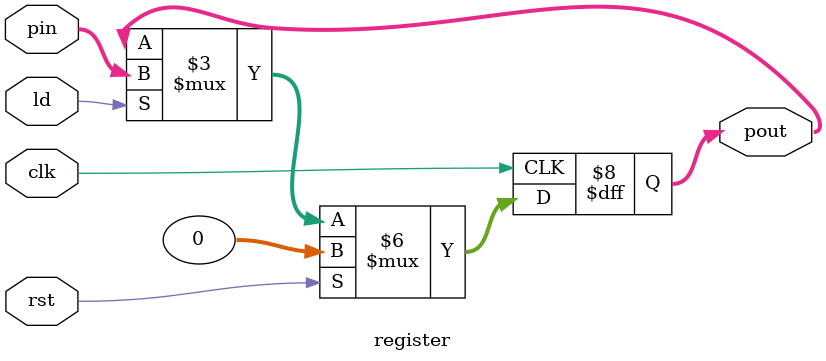
<source format=v>
module register #(parameter BITS=32) (pin,ld,clk,rst, pout);
    input ld,clk,rst;
    input [BITS-1:0] pin;
    output reg [BITS-1:0] pout={BITS{1'b0}};
    always @(posedge clk) begin
        if(rst) begin
            pout<={BITS{1'b0}};
        end
        else begin
            if(ld)
                pout<=pin;
        end
    end
endmodule
</source>
